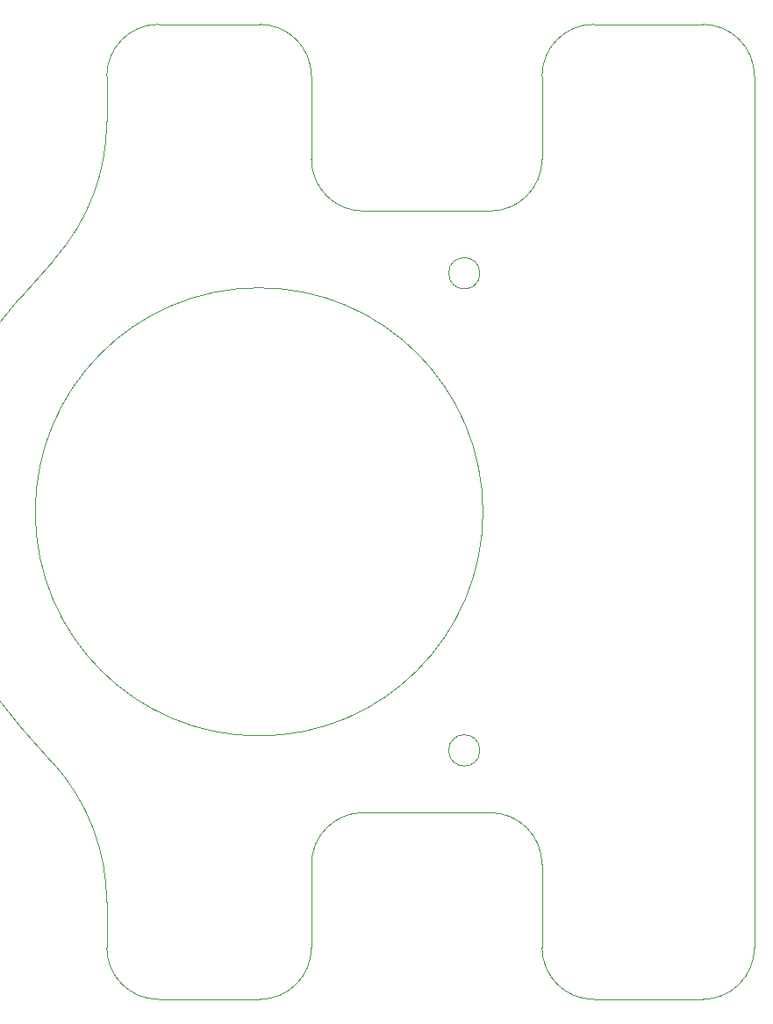
<source format=gbr>
G04 #@! TF.GenerationSoftware,KiCad,Pcbnew,9.0.2*
G04 #@! TF.CreationDate,2025-10-02T21:34:41-04:00*
G04 #@! TF.ProjectId,Trackball,54726163-6b62-4616-9c6c-2e6b69636164,rev?*
G04 #@! TF.SameCoordinates,Original*
G04 #@! TF.FileFunction,Profile,NP*
%FSLAX46Y46*%
G04 Gerber Fmt 4.6, Leading zero omitted, Abs format (unit mm)*
G04 Created by KiCad (PCBNEW 9.0.2) date 2025-10-02 21:34:41*
%MOMM*%
%LPD*%
G01*
G04 APERTURE LIST*
G04 #@! TA.AperFunction,Profile*
%ADD10C,0.050000*%
G04 #@! TD*
G04 APERTURE END LIST*
D10*
X422025000Y-101625000D02*
G75*
G02*
X378825000Y-101625000I-21600000J0D01*
G01*
X378825000Y-101625000D02*
G75*
G02*
X422025000Y-101625000I21600000J0D01*
G01*
X410475000Y-72625000D02*
G75*
G02*
X405475000Y-67625000I0J5000000D01*
G01*
X427725000Y-143625000D02*
X427725000Y-135625000D01*
X410475000Y-72625000D02*
X422725000Y-72625000D01*
X400475000Y-148625000D02*
X390725000Y-148625000D01*
X385725000Y-63983709D02*
G75*
G02*
X380629822Y-77319602I-20000000J9D01*
G01*
X377225000Y-122125000D02*
G75*
G02*
X377225000Y-81125000I23162440J20500000D01*
G01*
X380629827Y-77319606D02*
X377225001Y-81125000D01*
X400475000Y-54625000D02*
X390725000Y-54625000D01*
X427725000Y-59625000D02*
G75*
G02*
X432725000Y-54625000I5000000J0D01*
G01*
X405475000Y-67625000D02*
X405475000Y-59625000D01*
X421728330Y-78625000D02*
G75*
G02*
X418721670Y-78625000I-1503330J0D01*
G01*
X418721670Y-78625000D02*
G75*
G02*
X421728330Y-78625000I1503330J0D01*
G01*
X427725000Y-59625000D02*
X427725000Y-67625000D01*
X385725000Y-143625000D02*
X385725000Y-139266291D01*
X385725000Y-59625000D02*
G75*
G02*
X390725000Y-54625000I5000000J0D01*
G01*
X400475000Y-54625000D02*
G75*
G02*
X405475000Y-59625000I0J-5000000D01*
G01*
X448225000Y-101625000D02*
X448225000Y-59625000D01*
X432725000Y-148625000D02*
G75*
G02*
X427725000Y-143625000I0J5000000D01*
G01*
X380629827Y-125930394D02*
X377225001Y-122125000D01*
X421728330Y-124625000D02*
G75*
G02*
X418721670Y-124625000I-1503330J0D01*
G01*
X418721670Y-124625000D02*
G75*
G02*
X421728330Y-124625000I1503330J0D01*
G01*
X448225000Y-101625000D02*
X448225000Y-143625000D01*
X432725000Y-148625000D02*
X443225000Y-148625000D01*
X390725000Y-148625000D02*
G75*
G02*
X385725000Y-143625000I0J5000000D01*
G01*
X380629827Y-125930394D02*
G75*
G02*
X385725006Y-139266291I-14904827J-13335906D01*
G01*
X427725000Y-67625000D02*
G75*
G02*
X422725000Y-72625000I-5000000J0D01*
G01*
X385725000Y-59625000D02*
X385725000Y-63983709D01*
X405475000Y-135625000D02*
G75*
G02*
X410475000Y-130625000I5000000J0D01*
G01*
X448225000Y-143625000D02*
G75*
G02*
X443225000Y-148625000I-5000000J0D01*
G01*
X410475000Y-130625000D02*
X422725000Y-130625000D01*
X405475000Y-143625000D02*
G75*
G02*
X400475000Y-148625000I-5000000J0D01*
G01*
X405475000Y-135625000D02*
X405475000Y-143625000D01*
X443225000Y-54625000D02*
G75*
G02*
X448225000Y-59625000I0J-5000000D01*
G01*
X432725000Y-54625000D02*
X443225000Y-54625000D01*
X422725000Y-130625000D02*
G75*
G02*
X427725000Y-135625000I0J-5000000D01*
G01*
M02*

</source>
